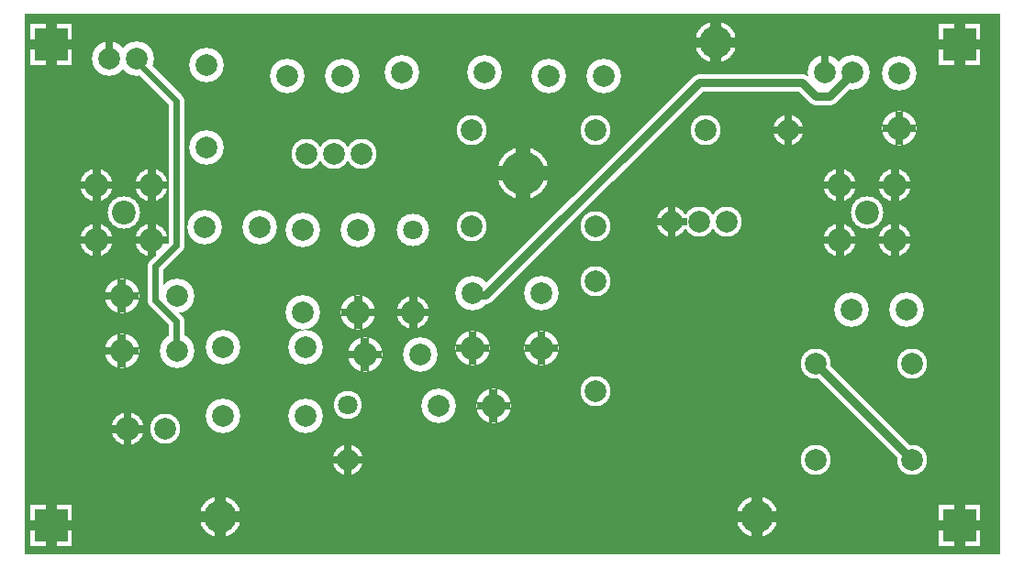
<source format=gbr>
%FSLAX34Y34*%
%MOMM*%
%LNCOPPER_TOP*%
G71*
G01*
%ADD10C,2.800*%
%ADD11C,3.200*%
%ADD12C,3.000*%
%ADD13C,3.000*%
%ADD14C,2.800*%
%ADD15C,2.600*%
%ADD16C,1.600*%
%ADD17C,4.800*%
%ADD18C,2.800*%
%ADD19C,3.000*%
%ADD20C,3.800*%
%ADD21C,1.400*%
%ADD22C,0.733*%
%ADD23C,0.667*%
%ADD24C,0.813*%
%ADD25C,1.333*%
%ADD26C,1.000*%
%ADD27C,2.000*%
%ADD28C,2.000*%
%ADD29C,2.200*%
%ADD30C,1.800*%
%ADD31C,0.800*%
%ADD32C,4.000*%
%ADD33C,2.000*%
%ADD34C,2.200*%
%ADD35C,3.000*%
%ADD36C,0.600*%
%LPD*%
G36*
X-561950Y230100D02*
X338050Y230100D01*
X338050Y-269900D01*
X-561950Y-269900D01*
X-561950Y230100D01*
G37*
%LPC*%
X-301600Y100050D02*
G54D10*
D03*
X-276200Y100050D02*
G54D10*
D03*
X-250800Y100050D02*
G54D10*
D03*
X86105Y37321D02*
G54D10*
D03*
X60705Y37321D02*
G54D10*
D03*
X35305Y37321D02*
G54D10*
D03*
X-345001Y32623D02*
G54D11*
D03*
X-395981Y32511D02*
G54D11*
D03*
X-304775Y30075D02*
G54D11*
D03*
X-304825Y-46175D02*
G54D11*
D03*
X-495300Y71450D02*
G54D12*
D03*
X-444500Y71450D02*
G54D12*
D03*
X-469900Y46050D02*
G54D12*
D03*
X-444500Y20650D02*
G54D12*
D03*
X-495300Y20650D02*
G54D12*
D03*
X-393675Y182475D02*
G54D11*
D03*
X-393725Y106225D02*
G54D11*
D03*
X-253975Y30075D02*
G54D11*
D03*
X-254025Y-46175D02*
G54D11*
D03*
X-268801Y172323D02*
G54D11*
D03*
X-319781Y172211D02*
G54D11*
D03*
X-203175Y30075D02*
G54D13*
D03*
X-203225Y-46175D02*
G54D13*
D03*
X-247666Y-85239D02*
G54D11*
D03*
X-196685Y-85127D02*
G54D11*
D03*
X-302177Y-78002D02*
G54D11*
D03*
X-378427Y-77952D02*
G54D11*
D03*
X-421201Y-30877D02*
G54D11*
D03*
X-472181Y-30989D02*
G54D11*
D03*
X-421201Y-81677D02*
G54D11*
D03*
X-472181Y-81789D02*
G54D11*
D03*
X-466788Y-153950D02*
G54D14*
D03*
X-431688Y-153950D02*
G54D14*
D03*
X-302177Y-141502D02*
G54D11*
D03*
X-378427Y-141452D02*
G54D11*
D03*
X-263500Y-182650D02*
G54D15*
D03*
X-263500Y-131850D02*
G54D15*
D03*
X-129101Y-132477D02*
G54D11*
D03*
X-180081Y-132589D02*
G54D11*
D03*
X-137077Y175998D02*
G54D11*
D03*
X-213327Y176048D02*
G54D11*
D03*
X66700Y122150D02*
G54D14*
D03*
X142900Y122150D02*
G54D14*
D03*
X251899Y-43576D02*
G54D11*
D03*
X200918Y-43689D02*
G54D11*
D03*
X-149200Y122150D02*
G54D14*
D03*
X-149200Y33250D02*
G54D14*
D03*
X-34900Y122150D02*
G54D14*
D03*
X-34900Y33250D02*
G54D14*
D03*
X-148502Y-79240D02*
G54D11*
D03*
X-148615Y-28260D02*
G54D11*
D03*
X176375Y175525D02*
G54D11*
D03*
X201875Y175525D02*
G54D11*
D03*
X245198Y123960D02*
G54D11*
D03*
X245085Y174940D02*
G54D11*
D03*
X168300Y-93750D02*
G54D14*
D03*
X257200Y-93750D02*
G54D14*
D03*
X168300Y-182650D02*
G54D14*
D03*
X257200Y-182650D02*
G54D14*
D03*
X-27500Y172323D02*
G54D11*
D03*
X-78480Y172210D02*
G54D11*
D03*
X190500Y71450D02*
G54D12*
D03*
X241300Y71450D02*
G54D12*
D03*
X215900Y46050D02*
G54D12*
D03*
X241300Y20650D02*
G54D12*
D03*
X190500Y20650D02*
G54D12*
D03*
X-34900Y-17550D02*
G54D14*
D03*
X-34900Y-119150D02*
G54D14*
D03*
X-85002Y-79240D02*
G54D11*
D03*
X-85115Y-28260D02*
G54D11*
D03*
G54D16*
X257200Y-182650D02*
X168300Y-93750D01*
G54D16*
X201875Y175525D02*
X200050Y172950D01*
X181000Y153900D01*
X168300Y153900D01*
X155600Y166600D01*
X60350Y166600D01*
X-136500Y-30250D01*
X-149200Y-30250D01*
X-148615Y-28260D01*
X-101600Y82550D02*
G54D17*
D03*
X-472181Y-81789D02*
G54D18*
D03*
X-472181Y-30989D02*
G54D18*
D03*
X-129101Y-132477D02*
G54D18*
D03*
X142900Y122150D02*
G54D18*
D03*
X-203225Y-46175D02*
G54D18*
D03*
X-254025Y-46175D02*
G54D19*
D03*
X-247666Y-85239D02*
G54D19*
D03*
X-148502Y-79240D02*
G54D19*
D03*
X-85002Y-79240D02*
G54D19*
D03*
X-263500Y-182650D02*
G54D18*
D03*
X-472181Y-30989D02*
G54D19*
D03*
X-472181Y-81789D02*
G54D19*
D03*
X-466788Y-153950D02*
G54D19*
D03*
X-129101Y-132477D02*
G54D19*
D03*
X-203225Y-46175D02*
G54D19*
D03*
X245198Y123960D02*
G54D19*
D03*
X35305Y37321D02*
G54D18*
D03*
X-253975Y30075D02*
G54D13*
D03*
X-254025Y-46175D02*
G54D13*
D03*
G36*
X-556177Y220448D02*
X-518177Y220448D01*
X-518177Y182448D01*
X-556177Y182448D01*
X-556177Y220448D01*
G37*
G36*
X282023Y220448D02*
X320023Y220448D01*
X320023Y182448D01*
X282023Y182448D01*
X282023Y220448D01*
G37*
G36*
X-556177Y-224052D02*
X-518177Y-224052D01*
X-518177Y-262052D01*
X-556177Y-262052D01*
X-556177Y-224052D01*
G37*
G36*
X282023Y-224052D02*
X320023Y-224052D01*
X320023Y-262052D01*
X282023Y-262052D01*
X282023Y-224052D01*
G37*
X-381000Y-234950D02*
G54D20*
D03*
X114300Y-234950D02*
G54D20*
D03*
X76200Y203200D02*
G54D20*
D03*
X-484025Y188225D02*
G54D11*
D03*
X-458525Y188225D02*
G54D11*
D03*
G54D21*
X-458525Y188225D02*
X-460350Y187300D01*
X-422250Y149200D01*
X-422250Y15850D01*
X-441300Y-3200D01*
X-441300Y-34950D01*
X-422250Y-54000D01*
X-422250Y-79400D01*
X-421201Y-81677D01*
%LPD*%
G54D22*
G36*
X-498967Y71450D02*
X-498967Y86950D01*
X-491633Y86950D01*
X-491633Y71450D01*
X-498967Y71450D01*
G37*
G36*
X-495300Y75117D02*
X-479800Y75117D01*
X-479800Y67783D01*
X-495300Y67783D01*
X-495300Y75117D01*
G37*
G36*
X-491633Y71450D02*
X-491633Y55950D01*
X-498967Y55950D01*
X-498967Y71450D01*
X-491633Y71450D01*
G37*
G36*
X-495300Y67783D02*
X-510800Y67783D01*
X-510800Y75117D01*
X-495300Y75117D01*
X-495300Y67783D01*
G37*
G54D22*
G36*
X-448167Y71450D02*
X-448167Y86950D01*
X-440833Y86950D01*
X-440833Y71450D01*
X-448167Y71450D01*
G37*
G36*
X-444500Y75117D02*
X-429000Y75117D01*
X-429000Y67783D01*
X-444500Y67783D01*
X-444500Y75117D01*
G37*
G36*
X-440833Y71450D02*
X-440833Y55950D01*
X-448167Y55950D01*
X-448167Y71450D01*
X-440833Y71450D01*
G37*
G36*
X-444500Y67783D02*
X-460000Y67783D01*
X-460000Y75117D01*
X-444500Y75117D01*
X-444500Y67783D01*
G37*
G54D22*
G36*
X-448167Y20650D02*
X-448167Y36150D01*
X-440833Y36150D01*
X-440833Y20650D01*
X-448167Y20650D01*
G37*
G36*
X-444500Y24317D02*
X-429000Y24317D01*
X-429000Y16983D01*
X-444500Y16983D01*
X-444500Y24317D01*
G37*
G36*
X-440833Y20650D02*
X-440833Y5150D01*
X-448167Y5150D01*
X-448167Y20650D01*
X-440833Y20650D01*
G37*
G36*
X-444500Y16983D02*
X-460000Y16983D01*
X-460000Y24317D01*
X-444500Y24317D01*
X-444500Y16983D01*
G37*
G54D22*
G36*
X-498967Y20650D02*
X-498967Y36150D01*
X-491633Y36150D01*
X-491633Y20650D01*
X-498967Y20650D01*
G37*
G36*
X-495300Y24317D02*
X-479800Y24317D01*
X-479800Y16983D01*
X-495300Y16983D01*
X-495300Y24317D01*
G37*
G36*
X-491633Y20650D02*
X-491633Y5150D01*
X-498967Y5150D01*
X-498967Y20650D01*
X-491633Y20650D01*
G37*
G36*
X-495300Y16983D02*
X-510800Y16983D01*
X-510800Y24317D01*
X-495300Y24317D01*
X-495300Y16983D01*
G37*
G54D23*
G36*
X173042Y175525D02*
X173042Y192025D01*
X179708Y192025D01*
X179708Y175525D01*
X173042Y175525D01*
G37*
G54D24*
G54D22*
G36*
X186833Y71450D02*
X186833Y86950D01*
X194167Y86950D01*
X194167Y71450D01*
X186833Y71450D01*
G37*
G36*
X190500Y75117D02*
X206000Y75117D01*
X206000Y67783D01*
X190500Y67783D01*
X190500Y75117D01*
G37*
G36*
X194167Y71450D02*
X194167Y55950D01*
X186833Y55950D01*
X186833Y71450D01*
X194167Y71450D01*
G37*
G36*
X190500Y67783D02*
X175000Y67783D01*
X175000Y75117D01*
X190500Y75117D01*
X190500Y67783D01*
G37*
G54D22*
G36*
X237633Y71450D02*
X237633Y86950D01*
X244967Y86950D01*
X244967Y71450D01*
X237633Y71450D01*
G37*
G36*
X241300Y75117D02*
X256800Y75117D01*
X256800Y67783D01*
X241300Y67783D01*
X241300Y75117D01*
G37*
G36*
X244967Y71450D02*
X244967Y55950D01*
X237633Y55950D01*
X237633Y71450D01*
X244967Y71450D01*
G37*
G36*
X241300Y67783D02*
X225800Y67783D01*
X225800Y75117D01*
X241300Y75117D01*
X241300Y67783D01*
G37*
G54D22*
G36*
X237633Y20650D02*
X237633Y36150D01*
X244967Y36150D01*
X244967Y20650D01*
X237633Y20650D01*
G37*
G36*
X241300Y24317D02*
X256800Y24317D01*
X256800Y16983D01*
X241300Y16983D01*
X241300Y24317D01*
G37*
G36*
X244967Y20650D02*
X244967Y5150D01*
X237633Y5150D01*
X237633Y20650D01*
X244967Y20650D01*
G37*
G36*
X241300Y16983D02*
X225800Y16983D01*
X225800Y24317D01*
X241300Y24317D01*
X241300Y16983D01*
G37*
G54D22*
G36*
X186833Y20650D02*
X186833Y36150D01*
X194167Y36150D01*
X194167Y20650D01*
X186833Y20650D01*
G37*
G36*
X190500Y24317D02*
X206000Y24317D01*
X206000Y16983D01*
X190500Y16983D01*
X190500Y24317D01*
G37*
G36*
X194167Y20650D02*
X194167Y5150D01*
X186833Y5150D01*
X186833Y20650D01*
X194167Y20650D01*
G37*
G36*
X190500Y16983D02*
X175000Y16983D01*
X175000Y24317D01*
X190500Y24317D01*
X190500Y16983D01*
G37*
G54D25*
G36*
X-108267Y82550D02*
X-108267Y107050D01*
X-94933Y107050D01*
X-94933Y82550D01*
X-108267Y82550D01*
G37*
G36*
X-101600Y89217D02*
X-77100Y89217D01*
X-77100Y75883D01*
X-101600Y75883D01*
X-101600Y89217D01*
G37*
G36*
X-94933Y82550D02*
X-94933Y58050D01*
X-108267Y58050D01*
X-108267Y82550D01*
X-94933Y82550D01*
G37*
G36*
X-101600Y75883D02*
X-126100Y75883D01*
X-126100Y89217D01*
X-101600Y89217D01*
X-101600Y75883D01*
G37*
G54D23*
G36*
X-475514Y-81789D02*
X-475514Y-67289D01*
X-468848Y-67289D01*
X-468848Y-81789D01*
X-475514Y-81789D01*
G37*
G36*
X-472181Y-78456D02*
X-457681Y-78456D01*
X-457681Y-85122D01*
X-472181Y-85122D01*
X-472181Y-78456D01*
G37*
G36*
X-468848Y-81789D02*
X-468848Y-96289D01*
X-475514Y-96289D01*
X-475514Y-81789D01*
X-468848Y-81789D01*
G37*
G36*
X-472181Y-85122D02*
X-486681Y-85122D01*
X-486681Y-78456D01*
X-472181Y-78456D01*
X-472181Y-85122D01*
G37*
G54D23*
G36*
X-475514Y-30989D02*
X-475514Y-16489D01*
X-468848Y-16489D01*
X-468848Y-30989D01*
X-475514Y-30989D01*
G37*
G36*
X-472181Y-27656D02*
X-457681Y-27656D01*
X-457681Y-34322D01*
X-472181Y-34322D01*
X-472181Y-27656D01*
G37*
G36*
X-468848Y-30989D02*
X-468848Y-45489D01*
X-475514Y-45489D01*
X-475514Y-30989D01*
X-468848Y-30989D01*
G37*
G36*
X-472181Y-34322D02*
X-486681Y-34322D01*
X-486681Y-27656D01*
X-472181Y-27656D01*
X-472181Y-34322D01*
G37*
G54D23*
G36*
X-132434Y-132477D02*
X-132434Y-117977D01*
X-125768Y-117977D01*
X-125768Y-132477D01*
X-132434Y-132477D01*
G37*
G36*
X-129101Y-129144D02*
X-114601Y-129144D01*
X-114601Y-135810D01*
X-129101Y-135810D01*
X-129101Y-129144D01*
G37*
G36*
X-125768Y-132477D02*
X-125768Y-146977D01*
X-132434Y-146977D01*
X-132434Y-132477D01*
X-125768Y-132477D01*
G37*
G36*
X-129101Y-135810D02*
X-143601Y-135810D01*
X-143601Y-129144D01*
X-129101Y-129144D01*
X-129101Y-135810D01*
G37*
G54D23*
G36*
X139567Y122150D02*
X139567Y136650D01*
X146233Y136650D01*
X146233Y122150D01*
X139567Y122150D01*
G37*
G36*
X142900Y125483D02*
X157400Y125483D01*
X157400Y118817D01*
X142900Y118817D01*
X142900Y125483D01*
G37*
G36*
X146233Y122150D02*
X146233Y107650D01*
X139567Y107650D01*
X139567Y122150D01*
X146233Y122150D01*
G37*
G36*
X142900Y118817D02*
X128400Y118817D01*
X128400Y125483D01*
X142900Y125483D01*
X142900Y118817D01*
G37*
G54D23*
G36*
X-206558Y-46175D02*
X-206558Y-31675D01*
X-199892Y-31675D01*
X-199892Y-46175D01*
X-206558Y-46175D01*
G37*
G36*
X-203225Y-42842D02*
X-188725Y-42842D01*
X-188725Y-49508D01*
X-203225Y-49508D01*
X-203225Y-42842D01*
G37*
G36*
X-199892Y-46175D02*
X-199892Y-60675D01*
X-206558Y-60675D01*
X-206558Y-46175D01*
X-199892Y-46175D01*
G37*
G36*
X-203225Y-49508D02*
X-217725Y-49508D01*
X-217725Y-42842D01*
X-203225Y-42842D01*
X-203225Y-49508D01*
G37*
G54D22*
G36*
X-257692Y-46175D02*
X-257692Y-30675D01*
X-250358Y-30675D01*
X-250358Y-46175D01*
X-257692Y-46175D01*
G37*
G36*
X-254025Y-42508D02*
X-238525Y-42508D01*
X-238525Y-49842D01*
X-254025Y-49842D01*
X-254025Y-42508D01*
G37*
G36*
X-250358Y-46175D02*
X-250358Y-61675D01*
X-257692Y-61675D01*
X-257692Y-46175D01*
X-250358Y-46175D01*
G37*
G36*
X-254025Y-49842D02*
X-269525Y-49842D01*
X-269525Y-42508D01*
X-254025Y-42508D01*
X-254025Y-49842D01*
G37*
G54D22*
G36*
X-251333Y-85239D02*
X-251333Y-69739D01*
X-243999Y-69739D01*
X-243999Y-85239D01*
X-251333Y-85239D01*
G37*
G36*
X-247666Y-81573D02*
X-232166Y-81573D01*
X-232166Y-88906D01*
X-247666Y-88906D01*
X-247666Y-81573D01*
G37*
G36*
X-243999Y-85239D02*
X-243999Y-100739D01*
X-251333Y-100739D01*
X-251333Y-85239D01*
X-243999Y-85239D01*
G37*
G36*
X-247666Y-88906D02*
X-263166Y-88906D01*
X-263166Y-81573D01*
X-247666Y-81573D01*
X-247666Y-88906D01*
G37*
G54D22*
G36*
X-152169Y-79240D02*
X-152169Y-63740D01*
X-144836Y-63740D01*
X-144836Y-79240D01*
X-152169Y-79240D01*
G37*
G36*
X-148502Y-75574D02*
X-133002Y-75574D01*
X-133002Y-82907D01*
X-148502Y-82907D01*
X-148502Y-75574D01*
G37*
G36*
X-144836Y-79240D02*
X-144836Y-94740D01*
X-152169Y-94740D01*
X-152169Y-79240D01*
X-144836Y-79240D01*
G37*
G36*
X-148502Y-82907D02*
X-164002Y-82907D01*
X-164002Y-75574D01*
X-148502Y-75574D01*
X-148502Y-82907D01*
G37*
G54D22*
G36*
X-88669Y-79240D02*
X-88669Y-63740D01*
X-81336Y-63740D01*
X-81336Y-79240D01*
X-88669Y-79240D01*
G37*
G36*
X-85002Y-75574D02*
X-69502Y-75574D01*
X-69502Y-82907D01*
X-85002Y-82907D01*
X-85002Y-75574D01*
G37*
G36*
X-81336Y-79240D02*
X-81336Y-94740D01*
X-88669Y-94740D01*
X-88669Y-79240D01*
X-81336Y-79240D01*
G37*
G36*
X-85002Y-82907D02*
X-100502Y-82907D01*
X-100502Y-75574D01*
X-85002Y-75574D01*
X-85002Y-82907D01*
G37*
G54D23*
G36*
X-266833Y-182650D02*
X-266833Y-168150D01*
X-260167Y-168150D01*
X-260167Y-182650D01*
X-266833Y-182650D01*
G37*
G36*
X-263500Y-179317D02*
X-249000Y-179317D01*
X-249000Y-185983D01*
X-263500Y-185983D01*
X-263500Y-179317D01*
G37*
G36*
X-260167Y-182650D02*
X-260167Y-197150D01*
X-266833Y-197150D01*
X-266833Y-182650D01*
X-260167Y-182650D01*
G37*
G36*
X-263500Y-185983D02*
X-278000Y-185983D01*
X-278000Y-179317D01*
X-263500Y-179317D01*
X-263500Y-185983D01*
G37*
G54D22*
G36*
X-475848Y-30989D02*
X-475848Y-15489D01*
X-468515Y-15489D01*
X-468515Y-30989D01*
X-475848Y-30989D01*
G37*
G36*
X-472181Y-27322D02*
X-456681Y-27322D01*
X-456681Y-34656D01*
X-472181Y-34656D01*
X-472181Y-27322D01*
G37*
G36*
X-468515Y-30989D02*
X-468515Y-46489D01*
X-475848Y-46489D01*
X-475848Y-30989D01*
X-468515Y-30989D01*
G37*
G36*
X-472181Y-34656D02*
X-487681Y-34656D01*
X-487681Y-27322D01*
X-472181Y-27322D01*
X-472181Y-34656D01*
G37*
G54D22*
G36*
X-475848Y-81789D02*
X-475848Y-66289D01*
X-468515Y-66289D01*
X-468515Y-81789D01*
X-475848Y-81789D01*
G37*
G36*
X-472181Y-78122D02*
X-456681Y-78122D01*
X-456681Y-85456D01*
X-472181Y-85456D01*
X-472181Y-78122D01*
G37*
G36*
X-468515Y-81789D02*
X-468515Y-97289D01*
X-475848Y-97289D01*
X-475848Y-81789D01*
X-468515Y-81789D01*
G37*
G36*
X-472181Y-85456D02*
X-487681Y-85456D01*
X-487681Y-78122D01*
X-472181Y-78122D01*
X-472181Y-85456D01*
G37*
G54D22*
G36*
X-470455Y-153950D02*
X-470455Y-138450D01*
X-463121Y-138450D01*
X-463121Y-153950D01*
X-470455Y-153950D01*
G37*
G36*
X-466788Y-150283D02*
X-451288Y-150283D01*
X-451288Y-157617D01*
X-466788Y-157617D01*
X-466788Y-150283D01*
G37*
G36*
X-463121Y-153950D02*
X-463121Y-169450D01*
X-470455Y-169450D01*
X-470455Y-153950D01*
X-463121Y-153950D01*
G37*
G36*
X-466788Y-157617D02*
X-482288Y-157617D01*
X-482288Y-150283D01*
X-466788Y-150283D01*
X-466788Y-157617D01*
G37*
G54D22*
G36*
X-132768Y-132477D02*
X-132768Y-116977D01*
X-125434Y-116977D01*
X-125434Y-132477D01*
X-132768Y-132477D01*
G37*
G36*
X-129101Y-128810D02*
X-113601Y-128810D01*
X-113601Y-136144D01*
X-129101Y-136144D01*
X-129101Y-128810D01*
G37*
G36*
X-125434Y-132477D02*
X-125434Y-147977D01*
X-132768Y-147977D01*
X-132768Y-132477D01*
X-125434Y-132477D01*
G37*
G36*
X-129101Y-136144D02*
X-144601Y-136144D01*
X-144601Y-128810D01*
X-129101Y-128810D01*
X-129101Y-136144D01*
G37*
G54D22*
G36*
X-206892Y-46175D02*
X-206892Y-30675D01*
X-199558Y-30675D01*
X-199558Y-46175D01*
X-206892Y-46175D01*
G37*
G36*
X-203225Y-42508D02*
X-187725Y-42508D01*
X-187725Y-49842D01*
X-203225Y-49842D01*
X-203225Y-42508D01*
G37*
G36*
X-199558Y-46175D02*
X-199558Y-61675D01*
X-206892Y-61675D01*
X-206892Y-46175D01*
X-199558Y-46175D01*
G37*
G36*
X-203225Y-49842D02*
X-218725Y-49842D01*
X-218725Y-42508D01*
X-203225Y-42508D01*
X-203225Y-49842D01*
G37*
G54D22*
G36*
X241531Y123960D02*
X241531Y139460D01*
X248864Y139460D01*
X248864Y123960D01*
X241531Y123960D01*
G37*
G36*
X245198Y127626D02*
X260698Y127626D01*
X260698Y120293D01*
X245198Y120293D01*
X245198Y127626D01*
G37*
G36*
X248864Y123960D02*
X248864Y108460D01*
X241531Y108460D01*
X241531Y123960D01*
X248864Y123960D01*
G37*
G36*
X245198Y120293D02*
X229698Y120293D01*
X229698Y127626D01*
X245198Y127626D01*
X245198Y120293D01*
G37*
G54D23*
G36*
X31972Y37321D02*
X31972Y51821D01*
X38639Y51821D01*
X38639Y37321D01*
X31972Y37321D01*
G37*
G36*
X35305Y40654D02*
X49805Y40654D01*
X49805Y33988D01*
X35305Y33988D01*
X35305Y40654D01*
G37*
G36*
X38639Y37321D02*
X38639Y22821D01*
X31972Y22821D01*
X31972Y37321D01*
X38639Y37321D01*
G37*
G36*
X35305Y33988D02*
X20805Y33988D01*
X20805Y40654D01*
X35305Y40654D01*
X35305Y33988D01*
G37*
G54D26*
G36*
X-542177Y201448D02*
X-542177Y220948D01*
X-532177Y220948D01*
X-532177Y201448D01*
X-542177Y201448D01*
G37*
G36*
X-537177Y206448D02*
X-517677Y206448D01*
X-517677Y196448D01*
X-537177Y196448D01*
X-537177Y206448D01*
G37*
G36*
X-532177Y201448D02*
X-532177Y181948D01*
X-542177Y181948D01*
X-542177Y201448D01*
X-532177Y201448D01*
G37*
G36*
X-537177Y196448D02*
X-556677Y196448D01*
X-556677Y206448D01*
X-537177Y206448D01*
X-537177Y196448D01*
G37*
G54D26*
G36*
X296023Y201448D02*
X296023Y220948D01*
X306023Y220948D01*
X306023Y201448D01*
X296023Y201448D01*
G37*
G36*
X301023Y206448D02*
X320523Y206448D01*
X320523Y196448D01*
X301023Y196448D01*
X301023Y206448D01*
G37*
G36*
X306023Y201448D02*
X306023Y181948D01*
X296023Y181948D01*
X296023Y201448D01*
X306023Y201448D01*
G37*
G36*
X301023Y196448D02*
X281523Y196448D01*
X281523Y206448D01*
X301023Y206448D01*
X301023Y196448D01*
G37*
G54D26*
G36*
X-542177Y-243052D02*
X-542177Y-223552D01*
X-532177Y-223552D01*
X-532177Y-243052D01*
X-542177Y-243052D01*
G37*
G36*
X-537177Y-238052D02*
X-517677Y-238052D01*
X-517677Y-248052D01*
X-537177Y-248052D01*
X-537177Y-238052D01*
G37*
G36*
X-532177Y-243052D02*
X-532177Y-262552D01*
X-542177Y-262552D01*
X-542177Y-243052D01*
X-532177Y-243052D01*
G37*
G36*
X-537177Y-248052D02*
X-556677Y-248052D01*
X-556677Y-238052D01*
X-537177Y-238052D01*
X-537177Y-248052D01*
G37*
G54D26*
G36*
X296023Y-243052D02*
X296023Y-223552D01*
X306023Y-223552D01*
X306023Y-243052D01*
X296023Y-243052D01*
G37*
G36*
X301023Y-238052D02*
X320523Y-238052D01*
X320523Y-248052D01*
X301023Y-248052D01*
X301023Y-238052D01*
G37*
G36*
X306023Y-243052D02*
X306023Y-262552D01*
X296023Y-262552D01*
X296023Y-243052D01*
X306023Y-243052D01*
G37*
G36*
X301023Y-248052D02*
X281523Y-248052D01*
X281523Y-238052D01*
X301023Y-238052D01*
X301023Y-248052D01*
G37*
G54D26*
G36*
X-386000Y-234950D02*
X-386000Y-215450D01*
X-376000Y-215450D01*
X-376000Y-234950D01*
X-386000Y-234950D01*
G37*
G36*
X-381000Y-229950D02*
X-361500Y-229950D01*
X-361500Y-239950D01*
X-381000Y-239950D01*
X-381000Y-229950D01*
G37*
G36*
X-376000Y-234950D02*
X-376000Y-254450D01*
X-386000Y-254450D01*
X-386000Y-234950D01*
X-376000Y-234950D01*
G37*
G36*
X-381000Y-239950D02*
X-400500Y-239950D01*
X-400500Y-229950D01*
X-381000Y-229950D01*
X-381000Y-239950D01*
G37*
G54D26*
G36*
X109300Y-234950D02*
X109300Y-215450D01*
X119300Y-215450D01*
X119300Y-234950D01*
X109300Y-234950D01*
G37*
G36*
X114300Y-229950D02*
X133800Y-229950D01*
X133800Y-239950D01*
X114300Y-239950D01*
X114300Y-229950D01*
G37*
G36*
X119300Y-234950D02*
X119300Y-254450D01*
X109300Y-254450D01*
X109300Y-234950D01*
X119300Y-234950D01*
G37*
G36*
X114300Y-239950D02*
X94800Y-239950D01*
X94800Y-229950D01*
X114300Y-229950D01*
X114300Y-239950D01*
G37*
G54D26*
G36*
X71200Y203200D02*
X71200Y222700D01*
X81200Y222700D01*
X81200Y203200D01*
X71200Y203200D01*
G37*
G36*
X76200Y208200D02*
X95700Y208200D01*
X95700Y198200D01*
X76200Y198200D01*
X76200Y208200D01*
G37*
G36*
X81200Y203200D02*
X81200Y183700D01*
X71200Y183700D01*
X71200Y203200D01*
X81200Y203200D01*
G37*
G36*
X76200Y198200D02*
X56700Y198200D01*
X56700Y208200D01*
X76200Y208200D01*
X76200Y198200D01*
G37*
G54D23*
G36*
X-487358Y188225D02*
X-487358Y204725D01*
X-480692Y204725D01*
X-480692Y188225D01*
X-487358Y188225D01*
G37*
G54D24*
X-301600Y100050D02*
G54D27*
D03*
X-276200Y100050D02*
G54D27*
D03*
X-250800Y100050D02*
G54D27*
D03*
X86105Y37321D02*
G54D27*
D03*
X60705Y37321D02*
G54D27*
D03*
X35305Y37321D02*
G54D27*
D03*
X-345001Y32623D02*
G54D28*
D03*
X-395981Y32511D02*
G54D28*
D03*
X-304775Y30075D02*
G54D28*
D03*
X-304825Y-46175D02*
G54D28*
D03*
X-495300Y71450D02*
G54D29*
D03*
X-444500Y71450D02*
G54D29*
D03*
X-469900Y46050D02*
G54D29*
D03*
X-444500Y20650D02*
G54D29*
D03*
X-495300Y20650D02*
G54D29*
D03*
X-393675Y182475D02*
G54D28*
D03*
X-393725Y106225D02*
G54D28*
D03*
X-253975Y30075D02*
G54D28*
D03*
X-254025Y-46175D02*
G54D28*
D03*
X-268801Y172323D02*
G54D28*
D03*
X-319781Y172211D02*
G54D28*
D03*
X-203175Y30075D02*
G54D30*
D03*
X-203225Y-46175D02*
G54D30*
D03*
X-247666Y-85239D02*
G54D28*
D03*
X-196685Y-85127D02*
G54D28*
D03*
X-302177Y-78002D02*
G54D28*
D03*
X-378427Y-77952D02*
G54D28*
D03*
X-421201Y-30877D02*
G54D28*
D03*
X-472181Y-30989D02*
G54D28*
D03*
X-421201Y-81677D02*
G54D28*
D03*
X-472181Y-81789D02*
G54D28*
D03*
X-466788Y-153950D02*
G54D28*
D03*
X-431688Y-153950D02*
G54D28*
D03*
X-302177Y-141502D02*
G54D28*
D03*
X-378427Y-141452D02*
G54D28*
D03*
X-263500Y-182650D02*
G54D30*
D03*
X-263500Y-131850D02*
G54D30*
D03*
X-129101Y-132477D02*
G54D28*
D03*
X-180081Y-132589D02*
G54D28*
D03*
X-137077Y175998D02*
G54D28*
D03*
X-213327Y176048D02*
G54D28*
D03*
X66700Y122150D02*
G54D28*
D03*
X142900Y122150D02*
G54D28*
D03*
X251899Y-43576D02*
G54D28*
D03*
X200918Y-43689D02*
G54D28*
D03*
X-149200Y122150D02*
G54D28*
D03*
X-149200Y33250D02*
G54D28*
D03*
X-34900Y122150D02*
G54D28*
D03*
X-34900Y33250D02*
G54D28*
D03*
X-148502Y-79240D02*
G54D28*
D03*
X-148615Y-28260D02*
G54D28*
D03*
X176375Y175525D02*
G54D28*
D03*
X201875Y175525D02*
G54D28*
D03*
X245198Y123960D02*
G54D28*
D03*
X245085Y174940D02*
G54D28*
D03*
X168300Y-93750D02*
G54D28*
D03*
X257200Y-93750D02*
G54D28*
D03*
X168300Y-182650D02*
G54D28*
D03*
X257200Y-182650D02*
G54D28*
D03*
X-27500Y172323D02*
G54D28*
D03*
X-78480Y172210D02*
G54D28*
D03*
X190500Y71450D02*
G54D29*
D03*
X241300Y71450D02*
G54D29*
D03*
X215900Y46050D02*
G54D29*
D03*
X241300Y20650D02*
G54D29*
D03*
X190500Y20650D02*
G54D29*
D03*
X-34900Y-17550D02*
G54D28*
D03*
X-34900Y-119150D02*
G54D28*
D03*
X-85002Y-79240D02*
G54D28*
D03*
X-85115Y-28260D02*
G54D28*
D03*
G54D31*
X257200Y-182650D02*
X168300Y-93750D01*
G54D31*
X201875Y175525D02*
X200050Y172950D01*
X181000Y153900D01*
X168300Y153900D01*
X155600Y166600D01*
X60350Y166600D01*
X-136500Y-30250D01*
X-149200Y-30250D01*
X-148615Y-28260D01*
X-101600Y82550D02*
G54D32*
D03*
X-472181Y-81789D02*
G54D33*
D03*
X-472181Y-30989D02*
G54D33*
D03*
X-129101Y-132477D02*
G54D33*
D03*
X142900Y122150D02*
G54D33*
D03*
X-203225Y-46175D02*
G54D33*
D03*
X-254025Y-46175D02*
G54D34*
D03*
X-247666Y-85239D02*
G54D34*
D03*
X-148502Y-79240D02*
G54D34*
D03*
X-85002Y-79240D02*
G54D34*
D03*
X-263500Y-182650D02*
G54D33*
D03*
X-472181Y-30989D02*
G54D34*
D03*
X-472181Y-81789D02*
G54D34*
D03*
X-466788Y-153950D02*
G54D34*
D03*
X-129101Y-132477D02*
G54D34*
D03*
X-203225Y-46175D02*
G54D34*
D03*
X245198Y123960D02*
G54D34*
D03*
X35305Y37321D02*
G54D33*
D03*
X-253975Y30075D02*
G54D30*
D03*
X-254025Y-46175D02*
G54D30*
D03*
G36*
X-552177Y216448D02*
X-522177Y216448D01*
X-522177Y186448D01*
X-552177Y186448D01*
X-552177Y216448D01*
G37*
G36*
X286023Y216448D02*
X316023Y216448D01*
X316023Y186448D01*
X286023Y186448D01*
X286023Y216448D01*
G37*
G36*
X-552177Y-228052D02*
X-522177Y-228052D01*
X-522177Y-258052D01*
X-552177Y-258052D01*
X-552177Y-228052D01*
G37*
G36*
X286023Y-228052D02*
X316023Y-228052D01*
X316023Y-258052D01*
X286023Y-258052D01*
X286023Y-228052D01*
G37*
X-381000Y-234950D02*
G54D35*
D03*
X114300Y-234950D02*
G54D35*
D03*
X76200Y203200D02*
G54D35*
D03*
X-484025Y188225D02*
G54D28*
D03*
X-458525Y188225D02*
G54D28*
D03*
G54D36*
X-458525Y188225D02*
X-460350Y187300D01*
X-422250Y149200D01*
X-422250Y15850D01*
X-441300Y-3200D01*
X-441300Y-34950D01*
X-422250Y-54000D01*
X-422250Y-79400D01*
X-421201Y-81677D01*
M02*

</source>
